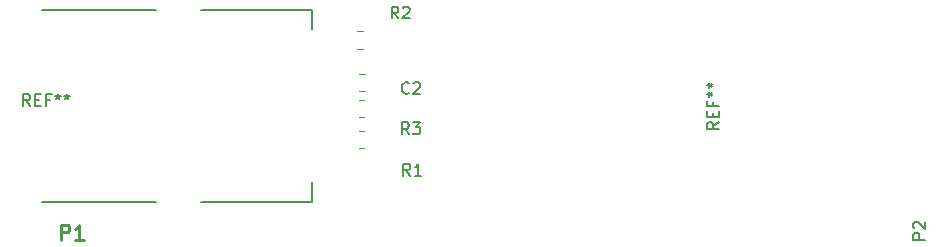
<source format=gbr>
%TF.GenerationSoftware,KiCad,Pcbnew,7.0.2*%
%TF.CreationDate,2024-05-20T10:49:14+02:00*%
%TF.ProjectId,dsoxlan,64736f78-6c61-46e2-9e6b-696361645f70,rev?*%
%TF.SameCoordinates,Original*%
%TF.FileFunction,Legend,Top*%
%TF.FilePolarity,Positive*%
%FSLAX46Y46*%
G04 Gerber Fmt 4.6, Leading zero omitted, Abs format (unit mm)*
G04 Created by KiCad (PCBNEW 7.0.2) date 2024-05-20 10:49:14*
%MOMM*%
%LPD*%
G01*
G04 APERTURE LIST*
%ADD10C,0.150000*%
%ADD11C,0.254000*%
%ADD12C,0.120000*%
%ADD13C,0.203200*%
G04 APERTURE END LIST*
D10*
%TO.C,C2*%
X143733333Y-87267380D02*
X143685714Y-87315000D01*
X143685714Y-87315000D02*
X143542857Y-87362619D01*
X143542857Y-87362619D02*
X143447619Y-87362619D01*
X143447619Y-87362619D02*
X143304762Y-87315000D01*
X143304762Y-87315000D02*
X143209524Y-87219761D01*
X143209524Y-87219761D02*
X143161905Y-87124523D01*
X143161905Y-87124523D02*
X143114286Y-86934047D01*
X143114286Y-86934047D02*
X143114286Y-86791190D01*
X143114286Y-86791190D02*
X143161905Y-86600714D01*
X143161905Y-86600714D02*
X143209524Y-86505476D01*
X143209524Y-86505476D02*
X143304762Y-86410238D01*
X143304762Y-86410238D02*
X143447619Y-86362619D01*
X143447619Y-86362619D02*
X143542857Y-86362619D01*
X143542857Y-86362619D02*
X143685714Y-86410238D01*
X143685714Y-86410238D02*
X143733333Y-86457857D01*
X144114286Y-86457857D02*
X144161905Y-86410238D01*
X144161905Y-86410238D02*
X144257143Y-86362619D01*
X144257143Y-86362619D02*
X144495238Y-86362619D01*
X144495238Y-86362619D02*
X144590476Y-86410238D01*
X144590476Y-86410238D02*
X144638095Y-86457857D01*
X144638095Y-86457857D02*
X144685714Y-86553095D01*
X144685714Y-86553095D02*
X144685714Y-86648333D01*
X144685714Y-86648333D02*
X144638095Y-86791190D01*
X144638095Y-86791190D02*
X144066667Y-87362619D01*
X144066667Y-87362619D02*
X144685714Y-87362619D01*
%TO.C,P2*%
X187416619Y-99688094D02*
X186416619Y-99688094D01*
X186416619Y-99688094D02*
X186416619Y-99307142D01*
X186416619Y-99307142D02*
X186464238Y-99211904D01*
X186464238Y-99211904D02*
X186511857Y-99164285D01*
X186511857Y-99164285D02*
X186607095Y-99116666D01*
X186607095Y-99116666D02*
X186749952Y-99116666D01*
X186749952Y-99116666D02*
X186845190Y-99164285D01*
X186845190Y-99164285D02*
X186892809Y-99211904D01*
X186892809Y-99211904D02*
X186940428Y-99307142D01*
X186940428Y-99307142D02*
X186940428Y-99688094D01*
X186511857Y-98735713D02*
X186464238Y-98688094D01*
X186464238Y-98688094D02*
X186416619Y-98592856D01*
X186416619Y-98592856D02*
X186416619Y-98354761D01*
X186416619Y-98354761D02*
X186464238Y-98259523D01*
X186464238Y-98259523D02*
X186511857Y-98211904D01*
X186511857Y-98211904D02*
X186607095Y-98164285D01*
X186607095Y-98164285D02*
X186702333Y-98164285D01*
X186702333Y-98164285D02*
X186845190Y-98211904D01*
X186845190Y-98211904D02*
X187416619Y-98783332D01*
X187416619Y-98783332D02*
X187416619Y-98164285D01*
%TO.C,R1*%
X143833333Y-94262619D02*
X143500000Y-93786428D01*
X143261905Y-94262619D02*
X143261905Y-93262619D01*
X143261905Y-93262619D02*
X143642857Y-93262619D01*
X143642857Y-93262619D02*
X143738095Y-93310238D01*
X143738095Y-93310238D02*
X143785714Y-93357857D01*
X143785714Y-93357857D02*
X143833333Y-93453095D01*
X143833333Y-93453095D02*
X143833333Y-93595952D01*
X143833333Y-93595952D02*
X143785714Y-93691190D01*
X143785714Y-93691190D02*
X143738095Y-93738809D01*
X143738095Y-93738809D02*
X143642857Y-93786428D01*
X143642857Y-93786428D02*
X143261905Y-93786428D01*
X144785714Y-94262619D02*
X144214286Y-94262619D01*
X144500000Y-94262619D02*
X144500000Y-93262619D01*
X144500000Y-93262619D02*
X144404762Y-93405476D01*
X144404762Y-93405476D02*
X144309524Y-93500714D01*
X144309524Y-93500714D02*
X144214286Y-93548333D01*
%TO.C,R2*%
X142833333Y-80962619D02*
X142500000Y-80486428D01*
X142261905Y-80962619D02*
X142261905Y-79962619D01*
X142261905Y-79962619D02*
X142642857Y-79962619D01*
X142642857Y-79962619D02*
X142738095Y-80010238D01*
X142738095Y-80010238D02*
X142785714Y-80057857D01*
X142785714Y-80057857D02*
X142833333Y-80153095D01*
X142833333Y-80153095D02*
X142833333Y-80295952D01*
X142833333Y-80295952D02*
X142785714Y-80391190D01*
X142785714Y-80391190D02*
X142738095Y-80438809D01*
X142738095Y-80438809D02*
X142642857Y-80486428D01*
X142642857Y-80486428D02*
X142261905Y-80486428D01*
X143214286Y-80057857D02*
X143261905Y-80010238D01*
X143261905Y-80010238D02*
X143357143Y-79962619D01*
X143357143Y-79962619D02*
X143595238Y-79962619D01*
X143595238Y-79962619D02*
X143690476Y-80010238D01*
X143690476Y-80010238D02*
X143738095Y-80057857D01*
X143738095Y-80057857D02*
X143785714Y-80153095D01*
X143785714Y-80153095D02*
X143785714Y-80248333D01*
X143785714Y-80248333D02*
X143738095Y-80391190D01*
X143738095Y-80391190D02*
X143166667Y-80962619D01*
X143166667Y-80962619D02*
X143785714Y-80962619D01*
%TO.C,R3*%
X143733333Y-90762619D02*
X143400000Y-90286428D01*
X143161905Y-90762619D02*
X143161905Y-89762619D01*
X143161905Y-89762619D02*
X143542857Y-89762619D01*
X143542857Y-89762619D02*
X143638095Y-89810238D01*
X143638095Y-89810238D02*
X143685714Y-89857857D01*
X143685714Y-89857857D02*
X143733333Y-89953095D01*
X143733333Y-89953095D02*
X143733333Y-90095952D01*
X143733333Y-90095952D02*
X143685714Y-90191190D01*
X143685714Y-90191190D02*
X143638095Y-90238809D01*
X143638095Y-90238809D02*
X143542857Y-90286428D01*
X143542857Y-90286428D02*
X143161905Y-90286428D01*
X144066667Y-89762619D02*
X144685714Y-89762619D01*
X144685714Y-89762619D02*
X144352381Y-90143571D01*
X144352381Y-90143571D02*
X144495238Y-90143571D01*
X144495238Y-90143571D02*
X144590476Y-90191190D01*
X144590476Y-90191190D02*
X144638095Y-90238809D01*
X144638095Y-90238809D02*
X144685714Y-90334047D01*
X144685714Y-90334047D02*
X144685714Y-90572142D01*
X144685714Y-90572142D02*
X144638095Y-90667380D01*
X144638095Y-90667380D02*
X144590476Y-90715000D01*
X144590476Y-90715000D02*
X144495238Y-90762619D01*
X144495238Y-90762619D02*
X144209524Y-90762619D01*
X144209524Y-90762619D02*
X144114286Y-90715000D01*
X144114286Y-90715000D02*
X144066667Y-90667380D01*
D11*
%TO.C,P1*%
X114262618Y-99687526D02*
X114262618Y-98417526D01*
X114262618Y-98417526D02*
X114746428Y-98417526D01*
X114746428Y-98417526D02*
X114867380Y-98478002D01*
X114867380Y-98478002D02*
X114927857Y-98538478D01*
X114927857Y-98538478D02*
X114988333Y-98659430D01*
X114988333Y-98659430D02*
X114988333Y-98840859D01*
X114988333Y-98840859D02*
X114927857Y-98961811D01*
X114927857Y-98961811D02*
X114867380Y-99022288D01*
X114867380Y-99022288D02*
X114746428Y-99082764D01*
X114746428Y-99082764D02*
X114262618Y-99082764D01*
X116197857Y-99687526D02*
X115472142Y-99687526D01*
X115834999Y-99687526D02*
X115834999Y-98417526D01*
X115834999Y-98417526D02*
X115714047Y-98598954D01*
X115714047Y-98598954D02*
X115593095Y-98719907D01*
X115593095Y-98719907D02*
X115472142Y-98780383D01*
D10*
%TO.C,REF\u002A\u002A*%
X111666666Y-88354619D02*
X111333333Y-87878428D01*
X111095238Y-88354619D02*
X111095238Y-87354619D01*
X111095238Y-87354619D02*
X111476190Y-87354619D01*
X111476190Y-87354619D02*
X111571428Y-87402238D01*
X111571428Y-87402238D02*
X111619047Y-87449857D01*
X111619047Y-87449857D02*
X111666666Y-87545095D01*
X111666666Y-87545095D02*
X111666666Y-87687952D01*
X111666666Y-87687952D02*
X111619047Y-87783190D01*
X111619047Y-87783190D02*
X111571428Y-87830809D01*
X111571428Y-87830809D02*
X111476190Y-87878428D01*
X111476190Y-87878428D02*
X111095238Y-87878428D01*
X112095238Y-87830809D02*
X112428571Y-87830809D01*
X112571428Y-88354619D02*
X112095238Y-88354619D01*
X112095238Y-88354619D02*
X112095238Y-87354619D01*
X112095238Y-87354619D02*
X112571428Y-87354619D01*
X113333333Y-87830809D02*
X113000000Y-87830809D01*
X113000000Y-88354619D02*
X113000000Y-87354619D01*
X113000000Y-87354619D02*
X113476190Y-87354619D01*
X114000000Y-87354619D02*
X114000000Y-87592714D01*
X113761905Y-87497476D02*
X114000000Y-87592714D01*
X114000000Y-87592714D02*
X114238095Y-87497476D01*
X113857143Y-87783190D02*
X114000000Y-87592714D01*
X114000000Y-87592714D02*
X114142857Y-87783190D01*
X114761905Y-87354619D02*
X114761905Y-87592714D01*
X114523810Y-87497476D02*
X114761905Y-87592714D01*
X114761905Y-87592714D02*
X115000000Y-87497476D01*
X114619048Y-87783190D02*
X114761905Y-87592714D01*
X114761905Y-87592714D02*
X114904762Y-87783190D01*
X169962619Y-89725333D02*
X169486428Y-90058666D01*
X169962619Y-90296761D02*
X168962619Y-90296761D01*
X168962619Y-90296761D02*
X168962619Y-89915809D01*
X168962619Y-89915809D02*
X169010238Y-89820571D01*
X169010238Y-89820571D02*
X169057857Y-89772952D01*
X169057857Y-89772952D02*
X169153095Y-89725333D01*
X169153095Y-89725333D02*
X169295952Y-89725333D01*
X169295952Y-89725333D02*
X169391190Y-89772952D01*
X169391190Y-89772952D02*
X169438809Y-89820571D01*
X169438809Y-89820571D02*
X169486428Y-89915809D01*
X169486428Y-89915809D02*
X169486428Y-90296761D01*
X169438809Y-89296761D02*
X169438809Y-88963428D01*
X169962619Y-88820571D02*
X169962619Y-89296761D01*
X169962619Y-89296761D02*
X168962619Y-89296761D01*
X168962619Y-89296761D02*
X168962619Y-88820571D01*
X169438809Y-88058666D02*
X169438809Y-88391999D01*
X169962619Y-88391999D02*
X168962619Y-88391999D01*
X168962619Y-88391999D02*
X168962619Y-87915809D01*
X168962619Y-87391999D02*
X169200714Y-87391999D01*
X169105476Y-87630094D02*
X169200714Y-87391999D01*
X169200714Y-87391999D02*
X169105476Y-87153904D01*
X169391190Y-87534856D02*
X169200714Y-87391999D01*
X169200714Y-87391999D02*
X169391190Y-87249142D01*
X168962619Y-86630094D02*
X169200714Y-86630094D01*
X169105476Y-86868189D02*
X169200714Y-86630094D01*
X169200714Y-86630094D02*
X169105476Y-86391999D01*
X169391190Y-86772951D02*
X169200714Y-86630094D01*
X169200714Y-86630094D02*
X169391190Y-86487237D01*
D12*
%TO.C,C2*%
X139998752Y-87135000D02*
X139476248Y-87135000D01*
X139998752Y-85665000D02*
X139476248Y-85665000D01*
%TO.C,R1*%
X139927064Y-91935000D02*
X139472936Y-91935000D01*
X139927064Y-90465000D02*
X139472936Y-90465000D01*
%TO.C,R2*%
X139827064Y-83535000D02*
X139372936Y-83535000D01*
X139827064Y-82065000D02*
X139372936Y-82065000D01*
%TO.C,R3*%
X139964564Y-89325000D02*
X139510436Y-89325000D01*
X139964564Y-87855000D02*
X139510436Y-87855000D01*
D13*
%TO.C,P1*%
X122280000Y-96485000D02*
X112700000Y-96485000D01*
X135510000Y-96485000D02*
X126090000Y-96485000D01*
X135510000Y-94830000D02*
X135510000Y-96485000D01*
X112700000Y-80285000D02*
X122280000Y-80285000D01*
X126090000Y-80285000D02*
X135510000Y-80285000D01*
X135510000Y-80285000D02*
X135510000Y-81830000D01*
%TD*%
M02*

</source>
